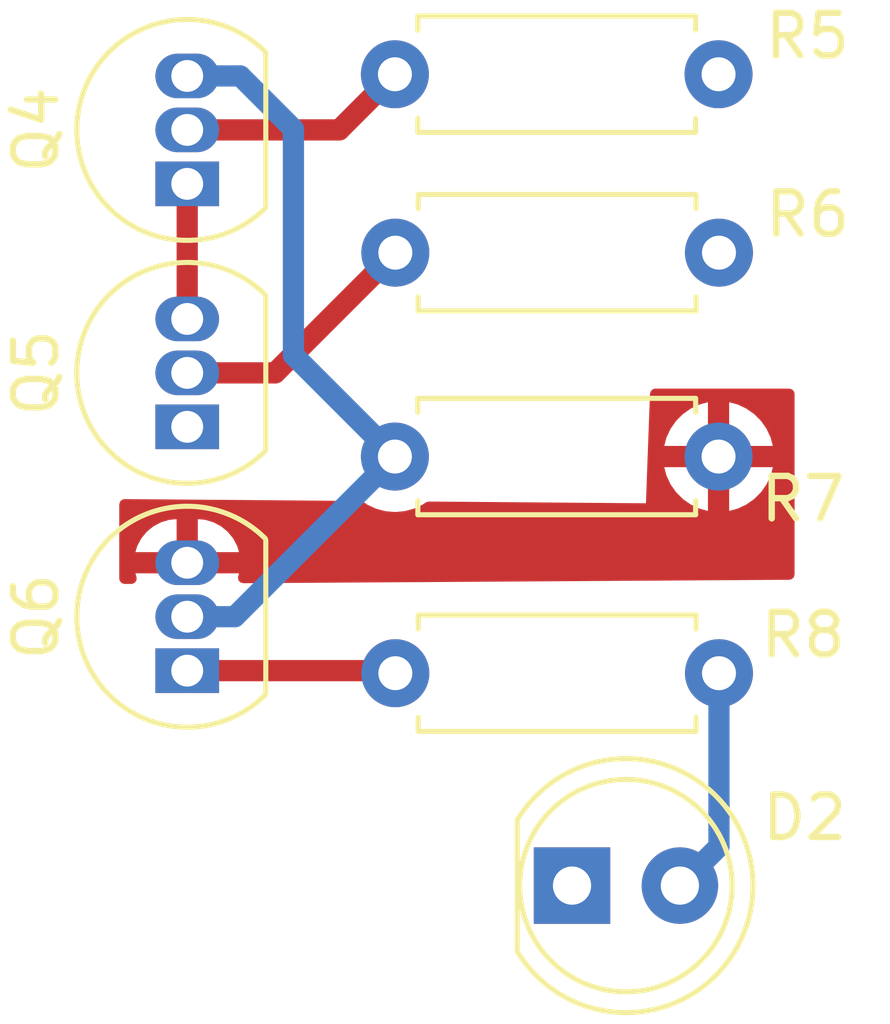
<source format=kicad_pcb>
(kicad_pcb (version 20221018) (generator pcbnew)
  (layers (0 "F.Cu" signal) (31 "B.Cu" signal) (34 "B.Paste" user) (35 "F.Paste" user) (36 "B.SilkS" user "B.Silkscreen") (37 "F.SilkS" user "F.Silkscreen") (38 "B.Mask" user) (39 "F.Mask" user) (44 "Edge.Cuts" user))
  (net 0 "")
  (net 1 "GND")
  (net 2 "VCC")
  (net 3 "/D-Flip Flop/D-Latch/SR-Latch/nand_gate/C")
  (net 4 "Net-(Q4-E)")
  (net 5 "Net-(Q4-B)")
  (net 6 "Net-(Q4-C)")
  (net 7 "Net-(Q5-B)")
  (net 8 "Net-(Q6-E)")
  (net 9 "/D-Flip Flop/D-Latch/SR-Latch/nand_gate/A")
  (net 10 "/D-Flip Flop/D-Latch/SR-Latch/nand_gate/B")
  (footprint "LED_THT:LED_D5.0mm" (layer "F.Cu") (at 66.06 48.8)
    (fp_text reference "D2" (at 5.475 -1.6) (layer "F.SilkS"))
    (fp_text value "LED")
    (fp_line (start -1.29 -1.545) (end -1.29 1.545) (stroke (width 0.12)) (layer "F.SilkS"))
    (fp_arc (start -1.29 -1.54483) (mid 2.072002 -2.880433) (end 4.26 0.000462) (stroke (width 0.12)) (layer "F.SilkS"))
    (fp_arc (start 4.26 -0.000462) (mid 2.072002 2.880433) (end -1.29 1.54483) (stroke (width 0.12)) (layer "F.SilkS"))
    (fp_circle (center 1.27 0) (end 3.77 0) (stroke (width 0.12)) (fill none) (layer "F.SilkS"))
    (pad "1" thru_hole rect (at 0 0) (size 1.8 1.8) (drill 0.9) (layers "*.Cu" "*.Mask") (net 1 "GND"))
    (pad "2" thru_hole circle (at 2.54 0) (size 1.8 1.8) (drill 0.9) (layers "*.Cu" "*.Mask") (net 3 "/D-Flip Flop/D-Latch/SR-Latch/nand_gate/C"))
  )
  (footprint "Package_TO_SOT_THT:TO-92_Inline" (layer "F.Cu") (at 57 43.74 90)
    (fp_text reference "Q6" (at 1.27 -3.56 90) (layer "F.SilkS"))
    (fp_text value "2N3904")
    (fp_line (start -0.53 1.85) (end 3.07 1.85) (stroke (width 0.12)) (layer "F.SilkS"))
    (fp_arc (start -0.568478 1.838478) (mid -1.132087 -0.994977) (end 1.27 -2.6) (stroke (width 0.12)) (layer "F.SilkS"))
    (fp_arc (start 1.27 -2.6) (mid 3.672087 -0.994977) (end 3.108478 1.838478) (stroke (width 0.12)) (layer "F.SilkS"))
    (pad "1" thru_hole rect (at 0 0 90) (size 1.05 1.5) (drill 0.75) (layers "*.Cu" "*.Mask") (net 8 "Net-(Q6-E)"))
    (pad "2" thru_hole oval (at 1.27 0 90) (size 1.05 1.5) (drill 0.75) (layers "*.Cu" "*.Mask") (net 6 "Net-(Q4-C)"))
    (pad "3" thru_hole oval (at 2.54 0 90) (size 1.05 1.5) (drill 0.75) (layers "*.Cu" "*.Mask") (net 2 "VCC"))
  )
  (footprint "Resistor_THT:R_Axial_DIN0207_L6.3mm_D2.5mm_P7.62mm_Horizontal" (layer "F.Cu") (at 69.51 29.7 180)
    (fp_text reference "R5" (at -2.09 0.9) (layer "F.SilkS"))
    (fp_text value "1k")
    (fp_line (start 0.54 -1.37) (end 7.08 -1.37) (stroke (width 0.12)) (layer "F.SilkS"))
    (fp_line (start 0.54 -1.04) (end 0.54 -1.37) (stroke (width 0.12)) (layer "F.SilkS"))
    (fp_line (start 0.54 1.04) (end 0.54 1.37) (stroke (width 0.12)) (layer "F.SilkS"))
    (fp_line (start 0.54 1.37) (end 7.08 1.37) (stroke (width 0.12)) (layer "F.SilkS"))
    (fp_line (start 7.08 -1.37) (end 7.08 -1.04) (stroke (width 0.12)) (layer "F.SilkS"))
    (fp_line (start 7.08 1.37) (end 7.08 1.04) (stroke (width 0.12)) (layer "F.SilkS"))
    (pad "1" thru_hole circle (at 0 0 180) (size 1.6 1.6) (drill 0.8) (layers "*.Cu" "*.Mask") (net 9 "/D-Flip Flop/D-Latch/SR-Latch/nand_gate/A"))
    (pad "2" thru_hole oval (at 7.62 0 180) (size 1.6 1.6) (drill 0.8) (layers "*.Cu" "*.Mask") (net 5 "Net-(Q4-B)"))
  )
  (footprint "Package_TO_SOT_THT:TO-92_Inline" (layer "F.Cu") (at 57 38 90)
    (fp_text reference "Q5" (at 1.27 -3.56 90) (layer "F.SilkS"))
    (fp_text value "2N3904")
    (fp_line (start -0.53 1.85) (end 3.07 1.85) (stroke (width 0.12)) (layer "F.SilkS"))
    (fp_arc (start -0.568478 1.838478) (mid -1.132087 -0.994977) (end 1.27 -2.6) (stroke (width 0.12)) (layer "F.SilkS"))
    (fp_arc (start 1.27 -2.6) (mid 3.672087 -0.994977) (end 3.108478 1.838478) (stroke (width 0.12)) (layer "F.SilkS"))
    (pad "1" thru_hole rect (at 0 0 90) (size 1.05 1.5) (drill 0.75) (layers "*.Cu" "*.Mask") (net 1 "GND"))
    (pad "2" thru_hole oval (at 1.27 0 90) (size 1.05 1.5) (drill 0.75) (layers "*.Cu" "*.Mask") (net 7 "Net-(Q5-B)"))
    (pad "3" thru_hole oval (at 2.54 0 90) (size 1.05 1.5) (drill 0.75) (layers "*.Cu" "*.Mask") (net 4 "Net-(Q4-E)"))
  )
  (footprint "Resistor_THT:R_Axial_DIN0207_L6.3mm_D2.5mm_P7.62mm_Horizontal" (layer "F.Cu") (at 61.9 43.8)
    (fp_text reference "R8" (at 9.6 -0.9) (layer "F.SilkS"))
    (fp_text value "150")
    (fp_line (start 0.54 -1.37) (end 7.08 -1.37) (stroke (width 0.12)) (layer "F.SilkS"))
    (fp_line (start 0.54 -1.04) (end 0.54 -1.37) (stroke (width 0.12)) (layer "F.SilkS"))
    (fp_line (start 0.54 1.04) (end 0.54 1.37) (stroke (width 0.12)) (layer "F.SilkS"))
    (fp_line (start 0.54 1.37) (end 7.08 1.37) (stroke (width 0.12)) (layer "F.SilkS"))
    (fp_line (start 7.08 -1.37) (end 7.08 -1.04) (stroke (width 0.12)) (layer "F.SilkS"))
    (fp_line (start 7.08 1.37) (end 7.08 1.04) (stroke (width 0.12)) (layer "F.SilkS"))
    (pad "1" thru_hole circle (at 0 0) (size 1.6 1.6) (drill 0.8) (layers "*.Cu" "*.Mask") (net 8 "Net-(Q6-E)"))
    (pad "2" thru_hole oval (at 7.62 0) (size 1.6 1.6) (drill 0.8) (layers "*.Cu" "*.Mask") (net 3 "/D-Flip Flop/D-Latch/SR-Latch/nand_gate/C"))
  )
  (footprint "Resistor_THT:R_Axial_DIN0207_L6.3mm_D2.5mm_P7.62mm_Horizontal" (layer "F.Cu") (at 69.52 33.9 180)
    (fp_text reference "R6" (at -2.09 0.9) (layer "F.SilkS"))
    (fp_text value "1k")
    (fp_line (start 0.54 -1.37) (end 7.08 -1.37) (stroke (width 0.12)) (layer "F.SilkS"))
    (fp_line (start 0.54 -1.04) (end 0.54 -1.37) (stroke (width 0.12)) (layer "F.SilkS"))
    (fp_line (start 0.54 1.04) (end 0.54 1.37) (stroke (width 0.12)) (layer "F.SilkS"))
    (fp_line (start 0.54 1.37) (end 7.08 1.37) (stroke (width 0.12)) (layer "F.SilkS"))
    (fp_line (start 7.08 -1.37) (end 7.08 -1.04) (stroke (width 0.12)) (layer "F.SilkS"))
    (fp_line (start 7.08 1.37) (end 7.08 1.04) (stroke (width 0.12)) (layer "F.SilkS"))
    (pad "1" thru_hole circle (at 0 0 180) (size 1.6 1.6) (drill 0.8) (layers "*.Cu" "*.Mask") (net 10 "/D-Flip Flop/D-Latch/SR-Latch/nand_gate/B"))
    (pad "2" thru_hole oval (at 7.62 0 180) (size 1.6 1.6) (drill 0.8) (layers "*.Cu" "*.Mask") (net 7 "Net-(Q5-B)"))
  )
  (footprint "Package_TO_SOT_THT:TO-92_Inline" (layer "F.Cu") (at 57 32.28 90)
    (fp_text reference "Q4" (at 1.27 -3.56 90) (layer "F.SilkS"))
    (fp_text value "2N3904")
    (fp_line (start -0.53 1.85) (end 3.07 1.85) (stroke (width 0.12)) (layer "F.SilkS"))
    (fp_arc (start -0.568478 1.838478) (mid -1.132087 -0.994977) (end 1.27 -2.6) (stroke (width 0.12)) (layer "F.SilkS"))
    (fp_arc (start 1.27 -2.6) (mid 3.672087 -0.994977) (end 3.108478 1.838478) (stroke (width 0.12)) (layer "F.SilkS"))
    (pad "1" thru_hole rect (at 0 0 90) (size 1.05 1.5) (drill 0.75) (layers "*.Cu" "*.Mask") (net 4 "Net-(Q4-E)"))
    (pad "2" thru_hole oval (at 1.27 0 90) (size 1.05 1.5) (drill 0.75) (layers "*.Cu" "*.Mask") (net 5 "Net-(Q4-B)"))
    (pad "3" thru_hole oval (at 2.54 0 90) (size 1.05 1.5) (drill 0.75) (layers "*.Cu" "*.Mask") (net 6 "Net-(Q4-C)"))
  )
  (footprint "Resistor_THT:R_Axial_DIN0207_L6.3mm_D2.5mm_P7.62mm_Horizontal" (layer "F.Cu") (at 61.89 38.7)
    (fp_text reference "R7" (at 9.61 1) (layer "F.SilkS"))
    (fp_text value "1k")
    (fp_line (start 0.54 -1.37) (end 7.08 -1.37) (stroke (width 0.12)) (layer "F.SilkS"))
    (fp_line (start 0.54 -1.04) (end 0.54 -1.37) (stroke (width 0.12)) (layer "F.SilkS"))
    (fp_line (start 0.54 1.04) (end 0.54 1.37) (stroke (width 0.12)) (layer "F.SilkS"))
    (fp_line (start 0.54 1.37) (end 7.08 1.37) (stroke (width 0.12)) (layer "F.SilkS"))
    (fp_line (start 7.08 -1.37) (end 7.08 -1.04) (stroke (width 0.12)) (layer "F.SilkS"))
    (fp_line (start 7.08 1.37) (end 7.08 1.04) (stroke (width 0.12)) (layer "F.SilkS"))
    (pad "1" thru_hole circle (at 0 0) (size 1.6 1.6) (drill 0.8) (layers "*.Cu" "*.Mask") (net 6 "Net-(Q4-C)"))
    (pad "2" thru_hole oval (at 7.62 0) (size 1.6 1.6) (drill 0.8) (layers "*.Cu" "*.Mask") (net 2 "VCC"))
  )
  (segment (start 69.52 47.88) (end 68.6 48.8) (width 0.5) (layer "B.Cu") (net 3))
  (segment (start 69.52 43.8) (end 69.52 47.88) (width 0.5) (layer "B.Cu") (net 3))
  (segment (start 57 32.28) (end 57 35.46) (width 0.5) (layer "F.Cu") (net 4))
  (segment (start 57 31.01) (end 60.58 31.01) (width 0.5) (layer "F.Cu") (net 5))
  (segment (start 60.58 31.01) (end 61.89 29.7) (width 0.5) (layer "F.Cu") (net 5))
  (segment (start 61.89 38.7) (end 59.5 36.31) (width 0.5) (layer "B.Cu") (net 6))
  (segment (start 58.25 29.74) (end 57 29.74) (width 0.5) (layer "B.Cu") (net 6))
  (segment (start 57 42.47) (end 58.12 42.47) (width 0.5) (layer "B.Cu") (net 6))
  (segment (start 58.12 42.47) (end 61.89 38.7) (width 0.5) (layer "B.Cu") (net 6))
  (segment (start 59.5 30.99) (end 58.25 29.74) (width 0.5) (layer "B.Cu") (net 6))
  (segment (start 59.5 36.31) (end 59.5 30.99) (width 0.5) (layer "B.Cu") (net 6))
  (segment (start 57 36.73) (end 59.07 36.73) (width 0.5) (layer "F.Cu") (net 7))
  (segment (start 59.07 36.73) (end 61.9 33.9) (width 0.5) (layer "F.Cu") (net 7))
  (segment (start 57 43.74) (end 61.84 43.74) (width 0.5) (layer "F.Cu") (net 8))
  (segment (start 61.84 43.74) (end 61.9 43.8) (width 0.5) (layer "F.Cu") (net 8))
  (zone (net 2) (net_name "VCC") (layer "F.Cu") (connect_pads (clearance 0.5)) (min_thickness 0.25) (fill yes (thermal_gap 0.5) (thermal_bridge_width 0.5) (island_removal_mode 1) (island_area_min 10))
    (polygon (pts (xy 71.3 41.6) (xy 71.3 37.1) (xy 67.9 37.1) (xy 67.8 39.8) (xy 55.4 39.7) (xy 55.4 41.7)))
  )
)
</source>
